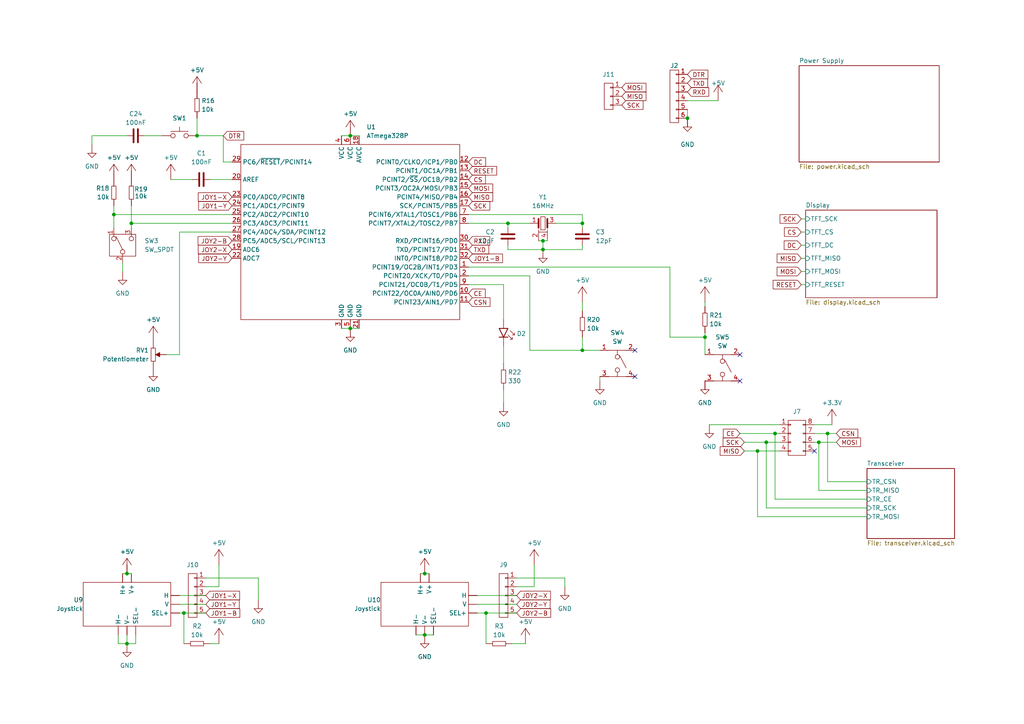
<source format=kicad_sch>
(kicad_sch (version 20250114) (generator "eeschema") (generator_version "9.0")
  (paper "A4")
  (lib_symbols
    (symbol "common:Capacitor" (pin_numbers (hide yes))
      (property "Reference" "C" (at 0 3.5 0))
      (property "Value" "F" (at 0 -4 0))
      (symbol "Capacitor_1_1"
        (polyline (pts (xy -0.635 1.905) (xy -0.635 -1.905)) (stroke (width 0.5)))
        (polyline (pts (xy 0.635 1.905) (xy 0.635 -1.905)) (stroke (width 0.5)))
        (pin passive line (at -2.54 0 0) (length 1.9) (name "~") (number "1"))
        (pin passive line (at 2.54 0 180) (length 1.9) (name "~") (number "2"))
      )
    )
    (symbol "common:Crystal_4Pins" (pin_names (hide yes))
      (property "Reference" "Y" (at 0 0 0))
      (property "Value" "Hz" (at 0 4 0))
      (symbol "Crystal_4Pins_0_0"
        (pin passive line (at -3.81 0 0) (length 2.54) (name "~") (number "1"))
        (pin passive line (at 3.81 0 180) (length 2.54) (name "~") (number "3"))
      )
      (symbol "Crystal_4Pins_0_1"
        (polyline (pts (xy -1.27 -2.54) (xy 1.27 -2.54)))
        (rectangle (start -0.635 1.905) (end 0.635 -1.905))
      )
      (symbol "Crystal_4Pins_1_0"
        (pin power_in line (at -1.27 -5.08 90) (length 3.18) (name "GND") (number "2"))
      )
      (symbol "Crystal_4Pins_1_1"
        (polyline (pts (xy -1.27 -1.27) (xy -1.27 1.27)) (stroke (width 0.5)))
        (polyline (pts (xy 1.27 1.27) (xy 1.27 -1.27)) (stroke (width 0.5)))
        (pin power_in line (at 1.27 -5.08 90) (length 3.18) (name "GND") (number "4"))
      )
    )
    (symbol "common:LED" (pin_numbers (hide yes)) (pin_names (hide yes))
      (property "Reference" "D" (at 0 2 0))
      (symbol "LED_1_1"
        (polyline (pts (xy -1.27 1.27) (xy -1.27 -1.27)) (stroke (width 0.25)))
        (polyline (pts (xy -1.27 0) (xy 1.27 1.27) (xy 1.27 -1.27) (xy -1.27 0)) (stroke (width 0.25)))
        (polyline (pts (xy -1.27 -2.54) (xy -1.905 -2.54) (xy -1.905 -1.905)))
        (polyline (pts (xy -0.635 -1.27) (xy -1.905 -2.54)))
        (polyline (pts (xy 0 -3.175) (xy -0.635 -3.175) (xy -0.635 -2.54)))
        (polyline (pts (xy 0.635 -1.905) (xy -0.635 -3.175)))
        (pin passive line (at -3.81 0 0) (length 2.54) (name "K") (number "1"))
        (pin passive line (at 3.81 0 180) (length 2.54) (name "A") (number "2"))
      )
    )
    (symbol "common:Potentiometer" (pin_numbers (hide yes)) (pin_names (hide yes))
      (property "Reference" "RV" (at 0 1.5 0))
      (property "Value" "Potentiometer" (at 0 -11 0))
      (symbol "Potentiometer_0_1"
        (rectangle (start -1.905 0.635) (end 1.905 -0.635))
      )
      (symbol "Potentiometer_1_0"
        (pin passive line (at 0 -3.81 90) (length 2.54) (name "~") (number "2"))
      )
      (symbol "Potentiometer_1_1"
        (polyline (pts (xy 0 -0.635) (xy -0.635 -1.905) (xy 0.635 -1.905) (xy 0 -0.635)) (fill (type outline)))
        (pin passive line (at -3.81 0 0) (length 1.9) (name "~") (number "1"))
        (pin passive line (at 3.81 0 180) (length 1.9) (name "~") (number "3"))
      )
    )
    (symbol "common:Resistor" (pin_numbers (hide yes))
      (property "Reference" "R" (at 0 -2 0))
      (property "Value" "Ohm" (at 0 2 0))
      (symbol "Resistor_0_1"
        (rectangle (start -1.905 0.635) (end 1.905 -0.635))
      )
      (symbol "Resistor_1_1"
        (pin passive line (at -3.81 0 0) (length 1.9) (name "~") (number "1"))
        (pin passive line (at 3.81 0 180) (length 1.9) (name "~") (number "2"))
      )
    )
    (symbol "common:SW_DPST" (pin_names (hide yes))
      (property "Reference" "SW" (at 0 5 0))
      (property "Value" "SW" (at 0 -5 0))
      (symbol "SW_DPST_0_1"
        (polyline (pts (xy -2.54 3.81) (xy 2.54 3.81)))
        (polyline (pts (xy -2.54 -3.81) (xy 2.54 -3.81)))
        (polyline (pts (xy 0 2.54) (xy 0 3.81)))
        (circle (center 0 1.905) (radius 0.635))
        (circle (center 0 -1.905) (radius 0.635))
        (polyline (pts (xy 0 -2.54) (xy 0 -3.81)))
        (polyline (pts (xy 0.635 2.286) (xy 2.54 -1.27)))
      )
      (symbol "SW_DPST_1_0"
        (pin passive line (at -5.08 -3.81 0) (length 2.54) (name "~") (number "3"))
        (pin passive line (at 5.08 -3.81 180) (length 2.54) (name "~") (number "4"))
      )
      (symbol "SW_DPST_1_1"
        (pin passive line (at -5.08 3.81 0) (length 2.54) (name "~") (number "1"))
        (pin passive line (at 5.08 3.81 180) (length 2.54) (name "~") (number "2"))
      )
    )
    (symbol "common:SW_Push" (pin_numbers (hide yes))
      (property "Reference" "SW" (at 0 3.5 0))
      (symbol "SW_Push_0_0"
        (pin passive line (at -5.08 0 0) (length 2.54) (name "~") (number "1"))
        (pin passive line (at 5.08 0 180) (length 2.54) (name "~") (number "2"))
      )
      (symbol "SW_Push_0_1"
        (polyline (pts (xy -2.54 1.27) (xy 2.54 1.27)))
        (circle (center -1.905 0) (radius 0.635))
        (polyline (pts (xy 0 1.27) (xy 0 2.54)))
        (circle (center 1.905 0) (radius 0.635))
      )
    )
    (symbol "common:SW_SPDT"
      (property "Reference" "SW" (at 0 5 0))
      (property "Value" "SW_SPDT" (at 0 -5.5 0))
      (symbol "SW_SPDT_0_1"
        (rectangle (start -3.175 3.81) (end 3.175 -3.81))
        (circle (center -1.905 0) (radius 0.635))
        (polyline (pts (xy -1.27 0) (xy 2.54 1.905)))
        (circle (center 1.905 2.54) (radius 0.635))
        (circle (center 1.905 -2.54) (radius 0.635))
      )
      (symbol "SW_SPDT_1_1"
        (pin passive line (at -5.08 0 0) (length 2.54) (name "~") (number "2"))
        (pin passive line (at 5.08 2.54 180) (length 2.54) (name "~") (number "1"))
        (pin passive line (at 5.08 -2.54 180) (length 2.54) (name "~") (number "3"))
      )
    )
    (symbol "connector:Pin_01x03"
      (property "Reference" "J" (at 0 0 0))
      (symbol "Pin_01x03_0_1"
        (rectangle (start -1.27 3.81) (end 1.27 -3.81))
        (polyline (pts (xy 1.27 2.667) (xy 0.508 2.667) (xy 0.508 2.413) (xy 1.27 2.413)))
        (polyline (pts (xy 1.27 0.127) (xy 0.508 0.127) (xy 0.508 -0.127) (xy 1.27 -0.127)))
        (polyline (pts (xy 1.27 -2.413) (xy 0.508 -2.413) (xy 0.508 -2.667) (xy 1.27 -2.667)))
      )
      (symbol "Pin_01x03_1_1"
        (pin passive line (at 3.81 2.54 180) (length 2.54) (name "~") (number "1"))
        (pin passive line (at 3.81 0 180) (length 2.54) (name "~") (number "2"))
        (pin passive line (at 3.81 -2.54 180) (length 2.54) (name "~") (number "3"))
      )
    )
    (symbol "connector:Pin_01x05"
      (property "Reference" "J" (at 0 0 0))
      (symbol "Pin_01x05_0_1"
        (rectangle (start -1.27 6.35) (end 1.27 -6.35))
        (polyline (pts (xy 1.27 5.207) (xy 0.508 5.207) (xy 0.508 4.953) (xy 1.27 4.953)))
        (polyline (pts (xy 1.27 2.667) (xy 0.508 2.667) (xy 0.508 2.413) (xy 1.27 2.413)))
        (polyline (pts (xy 1.27 0.127) (xy 0.508 0.127) (xy 0.508 -0.127) (xy 1.27 -0.127)))
        (polyline (pts (xy 1.27 -2.413) (xy 0.508 -2.413) (xy 0.508 -2.667) (xy 1.27 -2.667)))
        (polyline (pts (xy 1.27 -4.953) (xy 0.508 -4.953) (xy 0.508 -5.207) (xy 1.27 -5.207)))
      )
      (symbol "Pin_01x05_1_1"
        (pin passive line (at 3.81 5.08 180) (length 2.54) (name "~") (number "1"))
        (pin passive line (at 3.81 2.54 180) (length 2.54) (name "~") (number "2"))
        (pin passive line (at 3.81 0 180) (length 2.54) (name "~") (number "3"))
        (pin passive line (at 3.81 -2.54 180) (length 2.54) (name "~") (number "4"))
        (pin passive line (at 3.81 -5.08 180) (length 2.54) (name "~") (number "5"))
      )
    )
    (symbol "connector:Pin_01x06"
      (property "Reference" "J" (at 0 0 0))
      (symbol "Pin_01x06_0_1"
        (rectangle (start -1.27 7.62) (end 1.27 -7.62))
        (polyline (pts (xy 1.27 6.477) (xy 0.508 6.477) (xy 0.508 6.223) (xy 1.27 6.223)))
        (polyline (pts (xy 1.27 3.937) (xy 0.508 3.937) (xy 0.508 3.683) (xy 1.27 3.683)))
        (polyline (pts (xy 1.27 1.397) (xy 0.508 1.397) (xy 0.508 1.143) (xy 1.27 1.143)))
        (polyline (pts (xy 1.27 -1.143) (xy 0.508 -1.143) (xy 0.508 -1.397) (xy 1.27 -1.397)))
        (polyline (pts (xy 1.27 -3.683) (xy 0.508 -3.683) (xy 0.508 -3.937) (xy 1.27 -3.937)))
        (polyline (pts (xy 1.27 -6.223) (xy 0.508 -6.223) (xy 0.508 -6.477) (xy 1.27 -6.477)))
      )
      (symbol "Pin_01x06_1_1"
        (pin passive line (at 3.81 6.35 180) (length 2.54) (name "~") (number "1"))
        (pin passive line (at 3.81 3.81 180) (length 2.54) (name "~") (number "2"))
        (pin passive line (at 3.81 1.27 180) (length 2.54) (name "~") (number "3"))
        (pin passive line (at 3.81 -1.27 180) (length 2.54) (name "~") (number "4"))
        (pin passive line (at 3.81 -3.81 180) (length 2.54) (name "~") (number "5"))
        (pin passive line (at 3.81 -6.35 180) (length 2.54) (name "~") (number "6"))
      )
    )
    (symbol "connector:Pin_02x04"
      (property "Reference" "J" (at 0 0 0))
      (symbol "Pin_02x04_0_1"
        (rectangle (start -2.54 5.08) (end 2.54 -5.08))
        (polyline (pts (xy -2.54 3.937) (xy -1.778 3.937) (xy -1.778 3.683) (xy -2.54 3.683)))
        (polyline (pts (xy -2.54 1.397) (xy -1.778 1.397) (xy -1.778 1.143) (xy -2.54 1.143)))
        (polyline (pts (xy -2.54 -1.143) (xy -1.778 -1.143) (xy -1.778 -1.397) (xy -2.54 -1.397)))
        (polyline (pts (xy -2.54 -3.683) (xy -1.778 -3.683) (xy -1.778 -3.937) (xy -2.54 -3.937)))
        (polyline (pts (xy 2.54 3.937) (xy 1.778 3.937) (xy 1.778 3.683) (xy 2.54 3.683)))
        (polyline (pts (xy 2.54 1.397) (xy 1.778 1.397) (xy 1.778 1.143) (xy 2.54 1.143)))
        (polyline (pts (xy 2.54 -1.143) (xy 1.778 -1.143) (xy 1.778 -1.397) (xy 2.54 -1.397)))
        (polyline (pts (xy 2.54 -3.683) (xy 1.778 -3.683) (xy 1.778 -3.937) (xy 2.54 -3.937)))
      )
      (symbol "Pin_02x04_1_1"
        (pin passive line (at -5.08 3.81 0) (length 2.54) (name "~") (number "1"))
        (pin passive line (at -5.08 1.27 0) (length 2.54) (name "~") (number "2"))
        (pin passive line (at -5.08 -1.27 0) (length 2.54) (name "~") (number "3"))
        (pin passive line (at -5.08 -3.81 0) (length 2.54) (name "~") (number "4"))
        (pin passive line (at 5.08 3.81 180) (length 2.54) (name "~") (number "8"))
        (pin passive line (at 5.08 1.27 180) (length 2.54) (name "~") (number "7"))
        (pin passive line (at 5.08 -1.27 180) (length 2.54) (name "~") (number "6"))
        (pin passive line (at 5.08 -3.81 180) (length 2.54) (name "~") (number "5"))
      )
    )
    (symbol "microchip:ATmega328P"
      (property "Reference" "U" (at -31 26.5 0))
      (property "Value" "ATmega328P" (at 25.5 26.5 0))
      (symbol "ATmega328P_0_0"
        (pin bidirectional line (at -34.29 20.32 0) (length 2.54) (name "PC6/~{RESET}/PCINT14") (number "29"))
        (pin bidirectional line (at -34.29 15.24 0) (length 2.54) (name "AREF") (number "20"))
        (pin bidirectional line (at -34.29 10.16 0) (length 2.54) (name "PC0/ADC0/PCINT8") (number "23"))
        (pin bidirectional line (at -34.29 7.62 0) (length 2.54) (name "PC1/ADC1/PCINT9") (number "24"))
        (pin bidirectional line (at -34.29 5.08 0) (length 2.54) (name "PC2/ADC2/PCINT10") (number "25"))
        (pin bidirectional line (at -34.29 2.54 0) (length 2.54) (name "PC3/ADC3/PCINT11") (number "26"))
        (pin bidirectional line (at -34.29 0 0) (length 2.54) (name "PC4/ADC4/SDA/PCINT12") (number "27"))
        (pin bidirectional line (at -34.29 -2.54 0) (length 2.54) (name "PC5/ADC5/SCL/PCINT13") (number "28"))
        (pin bidirectional line (at -34.29 -5.08 0) (length 2.54) (name "ADC6") (number "19"))
        (pin bidirectional line (at -34.29 -7.62 0) (length 2.54) (name "ADC7") (number "22"))
        (pin power_in line (at -2.54 27.94 270) (length 2.54) (name "VCC") (number "4"))
        (pin power_in line (at -2.54 -27.94 90) (length 2.54) (name "GND") (number "3"))
        (pin power_in line (at 0 27.94 270) (length 2.54) (name "VCC") (number "6"))
        (pin power_in line (at 0 -27.94 90) (length 2.54) (name "GND") (number "5"))
        (pin power_in line (at 2.54 27.94 270) (length 2.54) (name "AVCC") (number "18"))
      )
      (symbol "ATmega328P_0_1"
        (rectangle (start -31.75 25.4) (end 31.75 -25.4))
      )
      (symbol "ATmega328P_1_0"
        (pin power_in line (at 2.54 -27.94 90) (length 2.54) (name "GND") (number "21"))
        (pin bidirectional line (at 34.29 20.32 180) (length 2.54) (name "PCINT0/CLKO/ICP1/PB0") (number "12"))
        (pin bidirectional line (at 34.29 17.78 180) (length 2.54) (name "PCINT1/OC1A/PB1") (number "13"))
        (pin bidirectional line (at 34.29 15.24 180) (length 2.54) (name "PCINT2/~{SS}/OC1B/PB2") (number "14"))
        (pin bidirectional line (at 34.29 12.7 180) (length 2.54) (name "PCINT3/OC2A/MOSI/PB3") (number "15"))
        (pin bidirectional line (at 34.29 10.16 180) (length 2.54) (name "PCINT4/MISO/PB4") (number "16"))
        (pin bidirectional line (at 34.29 7.62 180) (length 2.54) (name "SCK/PCINT5/PB5") (number "17"))
        (pin bidirectional line (at 34.29 5.08 180) (length 2.54) (name "PCINT6/XTAL1/TOSC1/PB6") (number "7"))
        (pin bidirectional line (at 34.29 2.54 180) (length 2.54) (name "PCINT7/XTAL2/TOSC2/PB7") (number "8"))
        (pin bidirectional line (at 34.29 -2.54 180) (length 2.54) (name "RXD/PCINT16/PD0") (number "30"))
        (pin bidirectional line (at 34.29 -5.08 180) (length 2.54) (name "TXD/PCINT17/PD1") (number "31"))
        (pin bidirectional line (at 34.29 -7.62 180) (length 2.54) (name "INT0/PCINT18/PD2") (number "32"))
        (pin bidirectional line (at 34.29 -10.16 180) (length 2.54) (name "PCINT19/OC2B/INT1/PD3") (number "1"))
        (pin bidirectional line (at 34.29 -12.7 180) (length 2.54) (name "PCINT20/XCK/T0/PD4") (number "2"))
        (pin bidirectional line (at 34.29 -15.24 180) (length 2.54) (name "PCINT21/OC0B/T1/PD5") (number "9"))
        (pin bidirectional line (at 34.29 -17.78 180) (length 2.54) (name "PCINT22/OC0A/AIN0/PD6") (number "10"))
        (pin bidirectional line (at 34.29 -20.32 180) (length 2.54) (name "PCINT23/AIN1/PD7") (number "11"))
      )
    )
    (symbol "misc:Joystick" (pin_numbers (hide yes))
      (property "Reference" "U" (at -12 7.5 0))
      (property "Value" "Joystick" (at 9.5 7.5 0))
      (symbol "Joystick_0_1"
        (rectangle (start -12.7 6.35) (end 12.7 -6.35))
      )
      (symbol "Joystick_1_1"
        (pin power_in line (at -2.54 -8.89 90) (length 2.54) (name "H-") (number "H1"))
        (pin power_in line (at -1.27 8.89 270) (length 2.54) (name "H+") (number "H3"))
        (pin power_in line (at 0 -8.89 90) (length 2.54) (name "V-") (number "V1"))
        (pin power_in line (at 1.27 8.89 270) (length 2.54) (name "V+") (number "V3"))
        (pin power_in line (at 2.54 -8.89 90) (length 2.54) (name "SEL-") (number "B1A"))
        (pin output line (at 15.24 2.54 180) (length 2.54) (name "H") (number "H2"))
        (pin output line (at 15.24 0 180) (length 2.54) (name "V") (number "V2"))
        (pin output line (at 15.24 -2.54 180) (length 2.54) (name "SEL+") (number "B2A"))
      )
    )
    (symbol "pwr:+3.3V" (power) (pin_numbers (hide yes)) (in_bom no) (on_board no)
      (property "Value" "3V3" (at 0 3 0))
      (symbol "+3.3V_0_1"
        (polyline (pts (xy 0 1.905) (xy -1.27 0)))
        (polyline (pts (xy 0 1.905) (xy 1.27 0)))
        (polyline (pts (xy 0 0) (xy 0 1.905)))
      )
      (symbol "+3.3V_1_1"
        (pin power_in line (at 0 -2.54 90) (length 2.54) (name "~") (number "1"))
      )
    )
    (symbol "pwr:+5V" (power) (pin_numbers (hide yes)) (in_bom no) (on_board no)
      (property "Value" "5V" (at 0 3 0))
      (symbol "+5V_0_1"
        (polyline (pts (xy 0 1.905) (xy -1.27 0)))
        (polyline (pts (xy 0 1.905) (xy 1.27 0)))
        (polyline (pts (xy 0 0) (xy 0 1.905)))
      )
      (symbol "+5V_1_1"
        (pin power_in line (at 0 -2.54 90) (length 2.54) (name "~") (number "1"))
      )
    )
    (symbol "pwr:GND" (power) (pin_numbers (hide yes)) (in_bom no) (on_board no)
      (property "Value" "GND" (at 0 -2.5 0))
      (symbol "GND_0_1"
        (polyline (pts (xy 0 0) (xy 1.27 0) (xy 0 -1.27) (xy -1.27 0) (xy 0 0)))
      )
      (symbol "GND_1_1"
        (pin power_in line (at 0 2.54 270) (length 2.54) (name "~") (number "1"))
      )
    )
  )
  (junction (at 123.19 184.15))
  (junction (at 222.25 128.27))
  (junction (at 219.71 130.81))
  (junction (at 237.49 128.27))
  (junction (at 57.15 39.37))
  (junction (at 36.83 186.69))
  (junction (at 224.79 125.73))
  (junction (at 36.83 166.37))
  (junction (at 240.03 125.73))
  (junction (at 101.6 39.37))
  (junction (at 157.48 72.39))
  (junction (at 168.91 101.6))
  (junction (at 53.34 177.8))
  (junction (at 204.47 97.79))
  (junction (at 123.19 166.37))
  (junction (at 140.97 177.8))
  (junction (at 199.39 34.29))
  (junction (at 168.91 64.77))
  (junction (at 157.48 69.85))
  (junction (at 33.02 62.23))
  (junction (at 38.1 64.77))
  (junction (at 101.6 95.25))
  (junction (at 147.32 64.77))
  (no_connect (at 236.22 130.81))
  (no_connect (at 214.63 110.49))
  (no_connect (at 184.15 109.22))
  (no_connect (at 184.15 101.6))
  (no_connect (at 214.63 102.87))
  (wire (pts (xy 157.48 69.85) (xy 157.48 72.39)))
  (wire (pts (xy 222.25 128.27) (xy 226.06 128.27)))
  (wire (pts (xy 63.5 186.69) (xy 60.96 186.69)))
  (wire (pts (xy 52.07 172.72) (xy 59.69 172.72)))
  (wire (pts (xy 140.97 177.8) (xy 140.97 186.69)))
  (wire (pts (xy 33.02 62.23) (xy 33.02 66.04)))
  (wire (pts (xy 53.34 177.8) (xy 53.34 186.69)))
  (wire (pts (xy 224.79 144.78) (xy 224.79 125.73)))
  (wire (pts (xy 242.57 125.73) (xy 240.03 125.73)))
  (wire (pts (xy 168.91 62.23) (xy 168.91 64.77)))
  (wire (pts (xy 251.46 149.86) (xy 219.71 149.86)))
  (wire (pts (xy 138.43 172.72) (xy 149.86 172.72)))
  (wire (pts (xy 147.32 72.39) (xy 157.48 72.39)))
  (wire (pts (xy 35.56 166.37) (xy 36.83 166.37)))
  (wire (pts (xy 194.31 77.47) (xy 194.31 97.79)))
  (wire (pts (xy 232.41 82.55) (xy 233.68 82.55)))
  (wire (pts (xy 135.89 62.23) (xy 168.91 62.23)))
  (wire (pts (xy 219.71 130.81) (xy 226.06 130.81)))
  (wire (pts (xy 204.47 97.79) (xy 204.47 96.52)))
  (wire (pts (xy 219.71 149.86) (xy 219.71 130.81)))
  (wire (pts (xy 154.94 163.83) (xy 154.94 170.18)))
  (wire (pts (xy 53.34 177.8) (xy 59.69 177.8)))
  (wire (pts (xy 157.48 72.39) (xy 168.91 72.39)))
  (wire (pts (xy 152.4 186.69) (xy 148.59 186.69)))
  (wire (pts (xy 64.77 39.37) (xy 64.77 46.99)))
  (wire (pts (xy 251.46 144.78) (xy 224.79 144.78)))
  (wire (pts (xy 215.9 130.81) (xy 219.71 130.81)))
  (wire (pts (xy 154.94 170.18) (xy 149.86 170.18)))
  (wire (pts (xy 232.41 71.12) (xy 233.68 71.12)))
  (wire (pts (xy 163.83 167.64) (xy 149.86 167.64)))
  (wire (pts (xy 38.1 59.69) (xy 38.1 64.77)))
  (wire (pts (xy 38.1 64.77) (xy 67.31 64.77)))
  (wire (pts (xy 214.63 125.73) (xy 224.79 125.73)))
  (wire (pts (xy 67.31 62.23) (xy 33.02 62.23)))
  (wire (pts (xy 74.93 167.64) (xy 59.69 167.64)))
  (wire (pts (xy 236.22 125.73) (xy 240.03 125.73)))
  (wire (pts (xy 199.39 29.21) (xy 208.28 29.21)))
  (wire (pts (xy 36.83 184.15) (xy 36.83 186.69)))
  (wire (pts (xy 74.93 173.99) (xy 74.93 167.64)))
  (wire (pts (xy 173.99 109.22) (xy 173.99 110.49)))
  (wire (pts (xy 63.5 170.18) (xy 59.69 170.18)))
  (wire (pts (xy 168.91 64.77) (xy 168.91 66.04)))
  (wire (pts (xy 140.97 177.8) (xy 149.86 177.8)))
  (wire (pts (xy 35.56 76.2) (xy 35.56 78.74)))
  (wire (pts (xy 204.47 88.9) (xy 204.47 87.63)))
  (wire (pts (xy 157.48 69.85) (xy 158.75 69.85)))
  (wire (pts (xy 64.77 46.99) (xy 67.31 46.99)))
  (wire (pts (xy 237.49 128.27) (xy 236.22 128.27)))
  (wire (pts (xy 34.29 186.69) (xy 36.83 186.69)))
  (wire (pts (xy 138.43 175.26) (xy 149.86 175.26)))
  (wire (pts (xy 147.32 71.12) (xy 147.32 72.39)))
  (wire (pts (xy 52.07 102.87) (xy 52.07 67.31)))
  (wire (pts (xy 168.91 97.79) (xy 168.91 101.6)))
  (wire (pts (xy 49.53 52.07) (xy 55.88 52.07)))
  (wire (pts (xy 147.32 64.77) (xy 147.32 66.04)))
  (wire (pts (xy 101.6 39.37) (xy 104.14 39.37)))
  (wire (pts (xy 168.91 101.6) (xy 173.99 101.6)))
  (wire (pts (xy 120.65 184.15) (xy 123.19 184.15)))
  (wire (pts (xy 26.67 39.37) (xy 26.67 41.91)))
  (wire (pts (xy 168.91 101.6) (xy 153.67 101.6)))
  (wire (pts (xy 222.25 147.32) (xy 222.25 128.27)))
  (wire (pts (xy 240.03 125.73) (xy 240.03 139.7)))
  (wire (pts (xy 135.89 64.77) (xy 147.32 64.77)))
  (wire (pts (xy 121.92 166.37) (xy 123.19 166.37)))
  (wire (pts (xy 99.06 95.25) (xy 101.6 95.25)))
  (wire (pts (xy 101.6 95.25) (xy 104.14 95.25)))
  (wire (pts (xy 161.29 64.77) (xy 168.91 64.77)))
  (wire (pts (xy 237.49 128.27) (xy 237.49 142.24)))
  (wire (pts (xy 57.15 39.37) (xy 64.77 39.37)))
  (wire (pts (xy 204.47 97.79) (xy 204.47 102.87)))
  (wire (pts (xy 57.15 34.29) (xy 57.15 39.37)))
  (wire (pts (xy 205.74 123.19) (xy 226.06 123.19)))
  (wire (pts (xy 199.39 31.75) (xy 199.39 34.29)))
  (wire (pts (xy 39.37 186.69) (xy 39.37 184.15)))
  (wire (pts (xy 146.05 92.71) (xy 146.05 82.55)))
  (wire (pts (xy 168.91 87.63) (xy 168.91 90.17)))
  (wire (pts (xy 63.5 163.83) (xy 63.5 170.18)))
  (wire (pts (xy 163.83 170.18) (xy 163.83 167.64)))
  (wire (pts (xy 153.67 80.01) (xy 135.89 80.01)))
  (wire (pts (xy 36.83 166.37) (xy 38.1 166.37)))
  (wire (pts (xy 38.1 64.77) (xy 38.1 66.04)))
  (wire (pts (xy 48.26 102.87) (xy 52.07 102.87)))
  (wire (pts (xy 146.05 82.55) (xy 135.89 82.55)))
  (wire (pts (xy 146.05 100.33) (xy 146.05 105.41)))
  (wire (pts (xy 36.83 186.69) (xy 39.37 186.69)))
  (wire (pts (xy 52.07 67.31) (xy 67.31 67.31)))
  (wire (pts (xy 135.89 77.47) (xy 194.31 77.47)))
  (wire (pts (xy 215.9 128.27) (xy 222.25 128.27)))
  (wire (pts (xy 241.3 123.19) (xy 236.22 123.19)))
  (wire (pts (xy 242.57 128.27) (xy 237.49 128.27)))
  (wire (pts (xy 99.06 39.37) (xy 101.6 39.37)))
  (wire (pts (xy 232.41 63.5) (xy 233.68 63.5)))
  (wire (pts (xy 146.05 113.03) (xy 146.05 116.84)))
  (wire (pts (xy 251.46 142.24) (xy 237.49 142.24)))
  (wire (pts (xy 153.67 101.6) (xy 153.67 80.01)))
  (wire (pts (xy 52.07 177.8) (xy 53.34 177.8)))
  (wire (pts (xy 224.79 125.73) (xy 226.06 125.73)))
  (wire (pts (xy 36.83 39.37) (xy 26.67 39.37)))
  (wire (pts (xy 251.46 139.7) (xy 240.03 139.7)))
  (wire (pts (xy 232.41 67.31) (xy 233.68 67.31)))
  (wire (pts (xy 156.21 69.85) (xy 157.48 69.85)))
  (wire (pts (xy 123.19 184.15) (xy 125.73 184.15)))
  (wire (pts (xy 204.47 97.79) (xy 194.31 97.79)))
  (wire (pts (xy 232.41 74.93) (xy 233.68 74.93)))
  (wire (pts (xy 123.19 166.37) (xy 124.46 166.37)))
  (wire (pts (xy 34.29 184.15) (xy 34.29 186.69)))
  (wire (pts (xy 168.91 71.12) (xy 168.91 72.39)))
  (wire (pts (xy 60.96 52.07) (xy 67.31 52.07)))
  (wire (pts (xy 138.43 177.8) (xy 140.97 177.8)))
  (wire (pts (xy 41.91 39.37) (xy 46.99 39.37)))
  (wire (pts (xy 251.46 147.32) (xy 222.25 147.32)))
  (wire (pts (xy 33.02 59.69) (xy 33.02 62.23)))
  (wire (pts (xy 232.41 78.74) (xy 233.68 78.74)))
  (wire (pts (xy 52.07 175.26) (xy 59.69 175.26)))
  (wire (pts (xy 147.32 64.77) (xy 153.67 64.77)))
  (global_label "CE" (shape input) (at 135.89 85.09 0) (property "Intersheetrefs" "${INTERSHEET_REFS}" (effects (hide yes))))
  (global_label "MOSI" (shape input) (at 180.34 25.4 0) (property "Intersheetrefs" "${INTERSHEET_REFS}" (effects (hide yes))))
  (global_label "JOY1-Y" (shape input) (at 59.69 175.26 0) (property "Intersheetrefs" "${INTERSHEET_REFS}" (effects (hide yes))))
  (global_label "DC" (shape input) (at 135.89 46.99 0) (property "Intersheetrefs" "${INTERSHEET_REFS}" (effects (hide yes))))
  (global_label "RXD" (shape input) (at 135.89 69.85 0) (property "Intersheetrefs" "${INTERSHEET_REFS}" (effects (hide yes))))
  (global_label "MOSI" (shape input) (at 242.57 128.27 0) (property "Intersheetrefs" "${INTERSHEET_REFS}" (effects (hide yes))))
  (global_label "SCK" (shape input) (at 135.89 59.69 0) (property "Intersheetrefs" "${INTERSHEET_REFS}" (effects (hide yes))))
  (global_label "JOY1-X" (shape input) (at 67.31 57.15 180) (property "Intersheetrefs" "${INTERSHEET_REFS}" (effects (hide yes))))
  (global_label "JOY2-X" (shape input) (at 149.86 172.72 0) (property "Intersheetrefs" "${INTERSHEET_REFS}" (effects (hide yes))))
  (global_label "RXD" (shape input) (at 199.39 26.67 0) (property "Intersheetrefs" "${INTERSHEET_REFS}" (effects (hide yes))))
  (global_label "MISO" (shape input) (at 180.34 27.94 0) (property "Intersheetrefs" "${INTERSHEET_REFS}" (effects (hide yes))))
  (global_label "CS" (shape input) (at 232.41 67.31 180) (property "Intersheetrefs" "${INTERSHEET_REFS}" (effects (hide yes))))
  (global_label "TXD" (shape input) (at 199.39 24.13 0) (property "Intersheetrefs" "${INTERSHEET_REFS}" (effects (hide yes))))
  (global_label "MISO" (shape input) (at 215.9 130.81 180) (property "Intersheetrefs" "${INTERSHEET_REFS}" (effects (hide yes))))
  (global_label "JOY1-B" (shape input) (at 59.69 177.8 0) (property "Intersheetrefs" "${INTERSHEET_REFS}" (effects (hide yes))))
  (global_label "RESET" (shape input) (at 232.41 82.55 180) (property "Intersheetrefs" "${INTERSHEET_REFS}" (effects (hide yes))))
  (global_label "CS" (shape input) (at 135.89 52.07 0) (property "Intersheetrefs" "${INTERSHEET_REFS}" (effects (hide yes))))
  (global_label "SCK" (shape input) (at 232.41 63.5 180) (property "Intersheetrefs" "${INTERSHEET_REFS}" (effects (hide yes))))
  (global_label "JOY1-Y" (shape input) (at 67.31 59.69 180) (property "Intersheetrefs" "${INTERSHEET_REFS}" (effects (hide yes))))
  (global_label "MISO" (shape input) (at 232.41 74.93 180) (property "Intersheetrefs" "${INTERSHEET_REFS}" (effects (hide yes))))
  (global_label "JOY2-Y" (shape input) (at 149.86 175.26 0) (property "Intersheetrefs" "${INTERSHEET_REFS}" (effects (hide yes))))
  (global_label "DTR" (shape input) (at 199.39 21.59 0) (property "Intersheetrefs" "${INTERSHEET_REFS}" (effects (hide yes))))
  (global_label "JOY2-Y" (shape input) (at 67.31 74.93 180) (property "Intersheetrefs" "${INTERSHEET_REFS}" (effects (hide yes))))
  (global_label "JOY1-X" (shape input) (at 59.69 172.72 0) (property "Intersheetrefs" "${INTERSHEET_REFS}" (effects (hide yes))))
  (global_label "MISO" (shape input) (at 135.89 57.15 0) (property "Intersheetrefs" "${INTERSHEET_REFS}" (effects (hide yes))))
  (global_label "TXD" (shape input) (at 135.89 72.39 0) (property "Intersheetrefs" "${INTERSHEET_REFS}" (effects (hide yes))))
  (global_label "JOY2-B" (shape input) (at 67.31 69.85 180) (property "Intersheetrefs" "${INTERSHEET_REFS}" (effects (hide yes))))
  (global_label "JOY2-X" (shape input) (at 67.31 72.39 180) (property "Intersheetrefs" "${INTERSHEET_REFS}" (effects (hide yes))))
  (global_label "MOSI" (shape input) (at 135.89 54.61 0) (property "Intersheetrefs" "${INTERSHEET_REFS}" (effects (hide yes))))
  (global_label "RESET" (shape input) (at 135.89 49.53 0) (property "Intersheetrefs" "${INTERSHEET_REFS}" (effects (hide yes))))
  (global_label "JOY1-B" (shape input) (at 135.89 74.93 0) (property "Intersheetrefs" "${INTERSHEET_REFS}" (effects (hide yes))))
  (global_label "MOSI" (shape input) (at 232.41 78.74 180) (property "Intersheetrefs" "${INTERSHEET_REFS}" (effects (hide yes))))
  (global_label "CSN" (shape input) (at 135.89 87.63 0) (property "Intersheetrefs" "${INTERSHEET_REFS}" (effects (hide yes))))
  (global_label "JOY2-B" (shape input) (at 149.86 177.8 0) (property "Intersheetrefs" "${INTERSHEET_REFS}" (effects (hide yes))))
  (global_label "DTR" (shape input) (at 64.77 39.37 0) (property "Intersheetrefs" "${INTERSHEET_REFS}" (effects (hide yes))))
  (global_label "DC" (shape input) (at 232.41 71.12 180) (property "Intersheetrefs" "${INTERSHEET_REFS}" (effects (hide yes))))
  (global_label "CE" (shape input) (at 214.63 125.73 180) (property "Intersheetrefs" "${INTERSHEET_REFS}" (effects (hide yes))))
  (global_label "SCK" (shape input) (at 215.9 128.27 180) (property "Intersheetrefs" "${INTERSHEET_REFS}" (effects (hide yes))))
  (global_label "SCK" (shape input) (at 180.34 30.48 0) (property "Intersheetrefs" "${INTERSHEET_REFS}" (effects (hide yes))))
  (global_label "CSN" (shape input) (at 242.57 125.73 0) (property "Intersheetrefs" "${INTERSHEET_REFS}" (effects (hide yes))))
  (symbol (lib_id "common:Capacitor") (at 147.32 68.58 270) (mirror x) (unit 1)
    (property "Reference" "C2" (at 143.51 67.3099 90) (effects (justify right)))
    (property "Value" "12pF" (at 143.51 69.8499 90) (effects (justify right)))
    (property "Footprint" "common:C_0603" (effects (hide yes)))
    (property "Description" "Unpolarized Capacitor" (effects (hide yes)))
    (property "Ext. Price" "0.27" (effects (hide yes)))
    (property "LCSC Part" "C107034" (effects (hide yes)))
    (property "Manufacturer" "YAGEO" (effects (hide yes)))
    (property "Manufacturer Part" "CC0603JRNPO9BN120" (effects (hide yes)))
    (property "Unit Price" "0.0027" (effects (hide yes)))
  )
  (symbol (lib_id "pwr:GND") (at 26.67 44.45 0) (unit 1) (in_bom no) (on_board no)
    (property "Reference" "#GND038" (effects (hide yes)))
    (property "Value" "GND" (at 26.67 48.26 0))
    (property "Description" "Ground" (effects (hide yes)))
  )
  (symbol (lib_id "pwr:+5V") (at 36.83 163.83 0) (unit 1) (in_bom no) (on_board no)
    (property "Reference" "#5V07" (effects (hide yes)))
    (property "Value" "+5V" (at 36.83 160.02 0))
    (property "Description" "+5V" (effects (hide yes)))
  )
  (symbol (lib_id "common:Capacitor") (at 168.91 68.58 90) (unit 1)
    (property "Reference" "C3" (at 172.72 67.3099 90) (effects (justify right)))
    (property "Value" "12pF" (at 172.72 69.8499 90) (effects (justify right)))
    (property "Footprint" "common:C_0603" (effects (hide yes)))
    (property "Description" "Unpolarized Capacitor" (effects (hide yes)))
    (property "Ext. Price" "0.27" (effects (hide yes)))
    (property "LCSC Part" "C107034" (effects (hide yes)))
    (property "Manufacturer" "YAGEO" (effects (hide yes)))
    (property "Manufacturer Part" "CC0603JRNPO9BN120" (effects (hide yes)))
    (property "Unit Price" "0.0027" (effects (hide yes)))
  )
  (symbol (lib_id "common:Resistor") (at 57.15 30.48 90) (unit 1)
    (property "Reference" "R16" (at 58.42 29.2099 90) (effects (justify right)))
    (property "Value" "10k" (at 58.42 31.7499 90) (effects (justify right)))
    (property "Footprint" "common:R_0603" (effects (hide yes)))
    (property "Description" "Resistor" (effects (hide yes)))
    (property "Ext. Price" "0.08" (effects (hide yes)))
    (property "LCSC Part" "C2906982" (effects (hide yes)))
    (property "Manufacturer" "FOJAN" (effects (hide yes)))
    (property "Manufacturer Part" "FRC0603F1002TS" (effects (hide yes)))
    (property "Unit Price" "0.0008" (effects (hide yes)))
  )
  (symbol (lib_id "pwr:GND") (at 199.39 36.83 0) (unit 1) (in_bom no) (on_board no)
    (property "Reference" "#GND035" (effects (hide yes)))
    (property "Value" "GND" (at 199.39 41.91 0))
    (property "Description" "Ground" (effects (hide yes)))
  )
  (symbol (lib_id "pwr:+5V") (at 152.4 184.15 0) (unit 1) (in_bom no) (on_board no)
    (property "Reference" "#5V018" (effects (hide yes)))
    (property "Value" "+5V" (at 152.4 180.34 0))
    (property "Description" "+5V" (effects (hide yes)))
  )
  (symbol (lib_id "connector:Pin_01x03") (at 176.53 27.94 0) (unit 1)
    (property "Reference" "J11" (at 176.53 21.59 0))
    (property "Value" "01x03" (effects (hide yes)))
    (property "Footprint" "connector:Pin_01x03" (effects (hide yes)))
    (property "Description" "Generic Pin 01x03" (effects (hide yes)))
  )
  (symbol (lib_id "common:LED") (at 146.05 96.52 90) (unit 1)
    (property "Reference" "D2" (at 149.86 96.7749 90) (effects (justify right)))
    (property "Value" "Green" (effects (hide yes)))
    (property "Footprint" "common:LED_0603" (effects (hide yes)))
    (property "Description" "Light-Emitting Diode" (effects (hide yes)))
    (property "Ext. Price" "0.49" (effects (hide yes)))
    (property "LCSC Part" "C19273151" (effects (hide yes)))
    (property "Manufacturer" "YONGYUTAI" (effects (hide yes)))
    (property "Manufacturer Part" "YLED0603G" (effects (hide yes)))
    (property "Unit Price" "0.0049" (effects (hide yes)))
  )
  (symbol (lib_id "common:Capacitor") (at 58.42 52.07 0) (unit 1)
    (property "Reference" "C1" (at 58.42 44.45 0))
    (property "Value" "100nF" (at 58.42 46.99 0))
    (property "Footprint" "common:C_0603" (effects (hide yes)))
    (property "Description" "Unpolarized Capacitor" (effects (hide yes)))
    (property "Ext. Price" "0.19" (effects (hide yes)))
    (property "LCSC Part" "C14663" (effects (hide yes)))
    (property "Manufacturer" "YAGEO" (effects (hide yes)))
    (property "Manufacturer Part" "CC0603KRX7R9BB104" (effects (hide yes)))
    (property "Unit Price" "0.0019" (effects (hide yes)))
  )
  (symbol (lib_id "common:SW_Push") (at 52.07 39.37 0) (unit 1)
    (property "Reference" "SW1" (at 52.07 34.29 0))
    (property "Value" "Reset" (effects (hide yes)))
    (property "Footprint" "switch:SW_Tactile3x2.5" (effects (hide yes)))
    (property "Ext. Price" "0.36" (effects (hide yes)))
    (property "LCSC Part" "C49234121" (effects (hide yes)))
    (property "Manufacturer" "hanxia" (effects (hide yes)))
    (property "Manufacturer Part" "HX-B3U-1000P-1.6N" (effects (hide yes)))
    (property "Unit Price" "0.0712" (effects (hide yes)))
  )
  (symbol (lib_id "pwr:+5V") (at 123.19 163.83 0) (unit 1) (in_bom no) (on_board no)
    (property "Reference" "#5V08" (effects (hide yes)))
    (property "Value" "+5V" (at 123.19 160.02 0))
    (property "Description" "+5V" (effects (hide yes)))
  )
  (symbol (lib_id "pwr:GND") (at 173.99 113.03 0) (unit 1) (in_bom no) (on_board no)
    (property "Reference" "#GND043" (effects (hide yes)))
    (property "Value" "GND" (at 173.99 116.84 0))
    (property "Description" "Ground" (effects (hide yes)))
  )
  (symbol (lib_id "pwr:+5V") (at 44.45 96.52 0) (unit 1) (in_bom no) (on_board no)
    (property "Reference" "#5V010" (effects (hide yes)))
    (property "Value" "+5V" (at 44.45 92.71 0))
    (property "Description" "+5V" (effects (hide yes)))
  )
  (symbol (lib_id "pwr:+5V") (at 204.47 85.09 0) (unit 1) (in_bom no) (on_board no)
    (property "Reference" "#5V013" (effects (hide yes)))
    (property "Value" "+5V" (at 204.47 81.28 0))
    (property "Description" "+5V" (effects (hide yes)))
  )
  (symbol (lib_id "common:Resistor") (at 57.15 186.69 0) (unit 1)
    (property "Reference" "R2" (at 57.15 181.61 0))
    (property "Value" "10k" (at 57.15 184.15 0))
    (property "Footprint" "common:R_0603" (effects (hide yes)))
    (property "Description" "Resistor" (effects (hide yes)))
  )
  (symbol (lib_id "connector:Pin_01x06") (at 195.58 27.94 0) (unit 1)
    (property "Reference" "J2" (at 195.58 19.05 0))
    (property "Value" "01x06" (effects (hide yes)))
    (property "Footprint" "connector:Pin_01x06" (effects (hide yes)))
    (property "Description" "Generic Pin 01x06" (effects (hide yes)))
  )
  (symbol (lib_id "pwr:GND") (at 163.83 172.72 0) (unit 1) (in_bom no) (on_board no)
    (property "Reference" "#GND014" (effects (hide yes)))
    (property "Value" "GND" (at 163.83 176.53 0))
    (property "Description" "Ground" (effects (hide yes)))
  )
  (symbol (lib_id "pwr:GND") (at 44.45 109.22 0) (unit 1) (in_bom no) (on_board no)
    (property "Reference" "#GND047" (effects (hide yes)))
    (property "Value" "GND" (at 44.45 113.03 0))
    (property "Description" "Ground" (effects (hide yes)))
  )
  (symbol (lib_id "connector:Pin_01x05") (at 146.05 172.72 0) (unit 1)
    (property "Reference" "J9" (at 146.05 163.83 0))
    (property "Value" "01x05" (effects (hide yes)))
    (property "Footprint" "connector:Pin_01x05" (effects (hide yes)))
    (property "Description" "Generic Pin 01x05" (effects (hide yes)))
  )
  (symbol (lib_id "pwr:+5V") (at 38.1 49.53 0) (unit 1) (in_bom no) (on_board no)
    (property "Reference" "#5V09" (effects (hide yes)))
    (property "Value" "+5V" (at 38.1 45.72 0))
    (property "Description" "+5V" (effects (hide yes)))
  )
  (symbol (lib_id "misc:Joystick") (at 36.83 175.26 0) (unit 1)
    (property "Reference" "U9" (at 24.13 173.9899 0) (effects (justify right)))
    (property "Value" "Joystick" (at 24.13 176.5299 0) (effects (justify right)))
    (property "Footprint" "misc:Joystick" (effects (hide yes)))
    (property "Description" "Joystick, Analog 2-axis" (effects (hide yes)))
    (property "Ext. Price" "2.47" (effects (hide yes)))
    (property "LCSC Part" "AliExpress" (effects (hide yes)))
    (property "Manufacturer" "-" (effects (hide yes)))
    (property "Manufacturer Part" "Hall-Effect Joysticks" (effects (hide yes)))
    (property "Unit Price" "2.47" (effects (hide yes)))
  )
  (symbol (lib_id "misc:Joystick") (at 123.19 175.26 0) (unit 1)
    (property "Reference" "U10" (at 110.49 173.9899 0) (effects (justify right)))
    (property "Value" "Joystick" (at 110.49 176.5299 0) (effects (justify right)))
    (property "Footprint" "misc:Joystick" (effects (hide yes)))
    (property "Description" "Joystick, Analog 2-axis" (effects (hide yes)))
    (property "Ext. Price" "2.47" (effects (hide yes)))
    (property "LCSC Part" "AliExpress" (effects (hide yes)))
    (property "Manufacturer" "-" (effects (hide yes)))
    (property "Manufacturer Part" "Hall-Effect Joysticks" (effects (hide yes)))
    (property "Unit Price" "2.47" (effects (hide yes)))
  )
  (symbol (lib_id "common:Resistor") (at 168.91 93.98 90) (unit 1)
    (property "Reference" "R20" (at 170.18 92.7099 90) (effects (justify right)))
    (property "Value" "10k" (at 170.18 95.2499 90) (effects (justify right)))
    (property "Footprint" "common:R_0603" (effects (hide yes)))
    (property "Description" "Resistor" (effects (hide yes)))
    (property "Ext. Price" "0.08" (effects (hide yes)))
    (property "LCSC Part" "C2906982" (effects (hide yes)))
    (property "Manufacturer" "FOJAN" (effects (hide yes)))
    (property "Manufacturer Part" "FRC0603F1002TS" (effects (hide yes)))
    (property "Unit Price" "0.0008" (effects (hide yes)))
  )
  (symbol (lib_id "pwr:+5V") (at 57.15 24.13 0) (unit 1) (in_bom no) (on_board no)
    (property "Reference" "#5V01" (effects (hide yes)))
    (property "Value" "+5V" (at 57.15 20.32 0))
    (property "Description" "+5V" (effects (hide yes)))
  )
  (symbol (lib_id "pwr:GND") (at 157.48 74.93 0) (unit 1) (in_bom no) (on_board no)
    (property "Reference" "#GND01" (effects (hide yes)))
    (property "Value" "GND" (at 157.48 78.74 0))
    (property "Description" "Ground" (effects (hide yes)))
  )
  (symbol (lib_id "pwr:GND") (at 123.19 186.69 0) (unit 1) (in_bom no) (on_board no)
    (property "Reference" "#GND040" (effects (hide yes)))
    (property "Value" "GND" (at 123.19 190.5 0))
    (property "Description" "Ground" (effects (hide yes)))
  )
  (symbol (lib_id "common:SW_SPDT") (at 35.56 71.12 90) (unit 1)
    (property "Reference" "SW3" (at 41.91 69.8499 90) (effects (justify right)))
    (property "Value" "SW_SPDT" (at 41.91 72.3899 90) (effects (justify right)))
    (property "Footprint" "common:SW_Toggle" (effects (hide yes)))
    (property "Description" "Single Pole Double Throw" (effects (hide yes)))
    (property "Ext. Price" "3.49" (effects (hide yes)))
    (property "LCSC Part" "AliExpress" (effects (hide yes)))
    (property "Manufacturer" "SWITCHES" (effects (hide yes)))
    (property "Manufacturer Part" "MST103" (effects (hide yes)))
    (property "Unit Price" "3.49" (effects (hide yes)))
  )
  (symbol (lib_id "common:Resistor") (at 146.05 109.22 90) (unit 1)
    (property "Reference" "R22" (at 147.32 107.9499 90) (effects (justify right)))
    (property "Value" "330" (at 147.32 110.4899 90) (effects (justify right)))
    (property "Footprint" "common:R_0603" (effects (hide yes)))
    (property "Description" "Resistor" (effects (hide yes)))
    (property "Ext. Price" "0.08" (effects (hide yes)))
    (property "LCSC Part" "C2907152" (effects (hide yes)))
    (property "Manufacturer" "FOJAN" (effects (hide yes)))
    (property "Manufacturer Part" "FRC0603J331 TS" (effects (hide yes)))
    (property "Unit Price" "0.0008" (effects (hide yes)))
  )
  (symbol (lib_id "pwr:GND") (at 205.74 125.73 0) (unit 1) (in_bom no) (on_board no)
    (property "Reference" "#GND04" (effects (hide yes)))
    (property "Value" "GND" (at 205.74 129.54 0))
    (property "Description" "Ground" (effects (hide yes)))
  )
  (symbol (lib_id "common:Resistor") (at 38.1 55.88 90) (unit 1)
    (property "Reference" "R19" (at 40.894 54.864 90))
    (property "Value" "10k" (at 40.894 56.896 90))
    (property "Footprint" "common:R_0603" (effects (hide yes)))
    (property "Description" "Resistor" (effects (hide yes)))
    (property "Ext. Price" "0.08" (effects (hide yes)))
    (property "LCSC Part" "C2906982" (effects (hide yes)))
    (property "Manufacturer" "FOJAN" (effects (hide yes)))
    (property "Manufacturer Part" "FRC0603F1002TS" (effects (hide yes)))
    (property "Unit Price" "0.0008" (effects (hide yes)))
  )
  (symbol (lib_id "common:Capacitor") (at 39.37 39.37 0) (unit 1)
    (property "Reference" "C24" (at 39.37 33.02 0))
    (property "Value" "100nF" (at 39.37 35.56 0))
    (property "Footprint" "common:C_0603" (effects (hide yes)))
    (property "Description" "Unpolarized Capacitor" (effects (hide yes)))
    (property "Ext. Price" "0.19" (effects (hide yes)))
    (property "LCSC Part" "C14663" (effects (hide yes)))
    (property "Manufacturer" "YAGEO" (effects (hide yes)))
    (property "Manufacturer Part" "CC0603KRX7R9BB104" (effects (hide yes)))
    (property "Unit Price" "0.0019" (effects (hide yes)))
  )
  (symbol (lib_id "pwr:GND") (at 36.83 189.23 0) (unit 1) (in_bom no) (on_board no)
    (property "Reference" "#GND041" (effects (hide yes)))
    (property "Value" "GND" (at 36.83 193.04 0))
    (property "Description" "Ground" (effects (hide yes)))
  )
  (symbol (lib_id "pwr:+5V") (at 101.6 36.83 0) (unit 1) (in_bom no) (on_board no)
    (property "Reference" "#5V03" (effects (hide yes)))
    (property "Value" "+5V" (at 101.6 33.02 0))
    (property "Description" "+5V" (effects (hide yes)))
  )
  (symbol (lib_id "pwr:+5V") (at 208.28 26.67 0) (unit 1) (in_bom no) (on_board no)
    (property "Reference" "#5V06" (effects (hide yes)))
    (property "Value" "+5V" (at 208.28 24.13 0))
    (property "Description" "+5V" (effects (hide yes)))
  )
  (symbol (lib_id "pwr:GND") (at 74.93 176.53 0) (unit 1) (in_bom no) (on_board no)
    (property "Reference" "#GND013" (effects (hide yes)))
    (property "Value" "GND" (at 74.93 180.34 0))
    (property "Description" "Ground" (effects (hide yes)))
  )
  (symbol (lib_id "common:SW_DPST") (at 209.55 106.68 0) (unit 1)
    (property "Reference" "SW5" (at 209.55 97.79 0))
    (property "Value" "SW" (at 209.55 100.33 0))
    (property "Footprint" "switch:SW_Tactile12x12" (effects (hide yes)))
    (property "Description" "Tactile Switch" (effects (hide yes)))
    (property "Ext. Price" "0.53" (effects (hide yes)))
    (property "LCSC Part" "C19077684" (effects (hide yes)))
    (property "Manufacturer" "Yuandi" (effects (hide yes)))
    (property "Manufacturer Part" "TS-1094TS-B3D2-T-Y" (effects (hide yes)))
    (property "Unit Price" "0.1068" (effects (hide yes)))
  )
  (symbol (lib_id "common:Resistor") (at 144.78 186.69 0) (unit 1)
    (property "Reference" "R3" (at 144.78 181.61 0))
    (property "Value" "10k" (at 144.78 184.15 0))
    (property "Footprint" "common:R_0603" (effects (hide yes)))
    (property "Description" "Resistor" (effects (hide yes)))
  )
  (symbol (lib_id "pwr:GND") (at 146.05 119.38 0) (unit 1) (in_bom no) (on_board no)
    (property "Reference" "#GND045" (effects (hide yes)))
    (property "Value" "GND" (at 146.05 123.19 0))
    (property "Description" "Ground" (effects (hide yes)))
  )
  (symbol (lib_id "pwr:+5V") (at 63.5 161.29 0) (unit 1) (in_bom no) (on_board no)
    (property "Reference" "#5V014" (effects (hide yes)))
    (property "Value" "+5V" (at 63.5 157.48 0))
    (property "Description" "+5V" (effects (hide yes)))
  )
  (symbol (lib_id "pwr:+3.3V") (at 241.3 120.65 0) (unit 1) (in_bom no) (on_board no)
    (property "Reference" "#3.3V02" (effects (hide yes)))
    (property "Value" "+3.3V" (at 241.3 116.84 0))
    (property "Description" "+3.3V" (effects (hide yes)))
  )
  (symbol (lib_id "common:Potentiometer") (at 44.45 102.87 90) (unit 1)
    (property "Reference" "RV1" (at 43.18 101.5999 90) (effects (justify left)))
    (property "Value" "Potentiometer" (at 43.18 104.1399 90) (effects (justify left)))
    (property "Footprint" "common:RV_45" (effects (hide yes)))
    (property "Description" "Potentiometer" (effects (hide yes)))
    (property "Ext. Price" "1.35" (effects (hide yes)))
    (property "LCSC Part" "C17444183" (effects (hide yes)))
    (property "Manufacturer" "BOURNS" (effects (hide yes)))
    (property "Manufacturer Part" "PTA4543-2015DPB103" (effects (hide yes)))
    (property "Unit Price" "1.3457" (effects (hide yes)))
  )
  (symbol (lib_id "pwr:+5V") (at 33.02 49.53 0) (unit 1) (in_bom no) (on_board no)
    (property "Reference" "#5V011" (effects (hide yes)))
    (property "Value" "+5V" (at 33.02 45.72 0))
    (property "Description" "+5V" (effects (hide yes)))
  )
  (symbol (lib_id "microchip:ATmega328P") (at 101.6 67.31 0) (unit 1)
    (property "Reference" "U1" (at 106.2833 36.83 0) (effects (justify left)))
    (property "Value" "ATmega328P" (at 106.2833 39.37 0) (effects (justify left)))
    (property "Footprint" "microchip:ATmega328p_TQFP" (effects (hide yes)))
    (property "Ext. Price" "1.72" (effects (hide yes)))
    (property "LCSC Part" "C14877" (effects (hide yes)))
    (property "Manufacturer" "MICROCHIP" (effects (hide yes)))
    (property "Manufacturer Part" "ATMEGA328P-AU" (effects (hide yes)))
    (property "Unit Price" "1.7203" (effects (hide yes)))
  )
  (symbol (lib_id "pwr:+5V") (at 63.5 184.15 0) (unit 1) (in_bom no) (on_board no)
    (property "Reference" "#5V016" (effects (hide yes)))
    (property "Value" "+5V" (at 63.5 180.34 0))
    (property "Description" "+5V" (effects (hide yes)))
  )
  (symbol (lib_id "connector:Pin_02x04") (at 231.14 127 0) (unit 1)
    (property "Reference" "J7" (at 231.14 119.38 0))
    (property "Value" "02x04" (effects (hide yes)))
    (property "Footprint" "connector:Pin_02x04" (effects (hide yes)))
    (property "Description" "Generic Pin 01x04" (effects (hide yes)))
  )
  (symbol (lib_id "common:Crystal_4Pins") (at 157.48 64.77 0) (unit 1)
    (property "Reference" "Y1" (at 157.48 57.15 0))
    (property "Value" "16MHz" (at 157.48 59.69 0))
    (property "Footprint" "common:Crystal_3225" (effects (hide yes)))
    (property "Ext. Price" "0.59" (effects (hide yes)))
    (property "LCSC Part" "C13738" (effects (hide yes)))
    (property "Manufacturer" "YXC Crystal Oscillators" (effects (hide yes)))
    (property "Manufacturer Part" "X322516MLB4SI" (effects (hide yes)))
    (property "Unit Price" "0.059" (effects (hide yes)))
  )
  (symbol (lib_id "pwr:+5V") (at 154.94 161.29 0) (unit 1) (in_bom no) (on_board no)
    (property "Reference" "#5V015" (effects (hide yes)))
    (property "Value" "+5V" (at 154.94 157.48 0))
    (property "Description" "+5V" (effects (hide yes)))
  )
  (symbol (lib_id "common:Resistor") (at 204.47 92.71 90) (unit 1)
    (property "Reference" "R21" (at 205.74 91.4399 90) (effects (justify right)))
    (property "Value" "10k" (at 205.74 93.9799 90) (effects (justify right)))
    (property "Footprint" "common:R_0603" (effects (hide yes)))
    (property "Description" "Resistor" (effects (hide yes)))
    (property "Ext. Price" "0.08" (effects (hide yes)))
    (property "LCSC Part" "C2906982" (effects (hide yes)))
    (property "Manufacturer" "FOJAN" (effects (hide yes)))
    (property "Manufacturer Part" "FRC0603F1002TS" (effects (hide yes)))
    (property "Unit Price" "0.0008" (effects (hide yes)))
  )
  (symbol (lib_id "common:Resistor") (at 33.02 55.88 270) (mirror x) (unit 1)
    (property "Reference" "R18" (at 31.75 54.6099 90) (effects (justify right)))
    (property "Value" "10k" (at 31.75 57.1499 90) (effects (justify right)))
    (property "Footprint" "common:R_0603" (effects (hide yes)))
    (property "Description" "Resistor" (effects (hide yes)))
    (property "Ext. Price" "0.08" (effects (hide yes)))
    (property "LCSC Part" "C2906982" (effects (hide yes)))
    (property "Manufacturer" "FOJAN" (effects (hide yes)))
    (property "Manufacturer Part" "FRC0603F1002TS" (effects (hide yes)))
    (property "Unit Price" "0.0008" (effects (hide yes)))
  )
  (symbol (lib_id "pwr:GND") (at 101.6 97.79 0) (unit 1) (in_bom no) (on_board no)
    (property "Reference" "#GND02" (effects (hide yes)))
    (property "Value" "GND" (at 101.6 101.6 0))
    (property "Description" "Ground" (effects (hide yes)))
  )
  (symbol (lib_id "pwr:+5V") (at 168.91 85.09 0) (unit 1) (in_bom no) (on_board no)
    (property "Reference" "#5V012" (effects (hide yes)))
    (property "Value" "+5V" (at 168.91 81.28 0))
    (property "Description" "+5V" (effects (hide yes)))
  )
  (symbol (lib_id "pwr:GND") (at 35.56 81.28 0) (unit 1) (in_bom no) (on_board no)
    (property "Reference" "#GND042" (effects (hide yes)))
    (property "Value" "GND" (at 35.56 85.09 0))
    (property "Description" "Ground" (effects (hide yes)))
  )
  (symbol (lib_id "connector:Pin_01x05") (at 55.88 172.72 0) (unit 1)
    (property "Reference" "J10" (at 55.88 163.83 0))
    (property "Value" "01x05" (effects (hide yes)))
    (property "Footprint" "connector:Pin_01x05" (effects (hide yes)))
    (property "Description" "Generic Pin 01x05" (effects (hide yes)))
  )
  (symbol (lib_id "pwr:+5V") (at 49.53 49.53 0) (unit 1) (in_bom no) (on_board no)
    (property "Reference" "#5V02" (effects (hide yes)))
    (property "Value" "+5V" (at 49.53 45.72 0))
    (property "Description" "+5V" (effects (hide yes)))
  )
  (symbol (lib_id "pwr:GND") (at 204.47 113.03 0) (unit 1) (in_bom no) (on_board no)
    (property "Reference" "#GND044" (effects (hide yes)))
    (property "Value" "GND" (at 204.47 116.84 0))
    (property "Description" "Ground" (effects (hide yes)))
  )
  (symbol (lib_id "common:SW_DPST") (at 179.07 105.41 0) (unit 1)
    (property "Reference" "SW4" (at 179.07 96.52 0))
    (property "Value" "SW" (at 179.07 99.06 0))
    (property "Footprint" "switch:SW_Tactile12x12" (effects (hide yes)))
    (property "Description" "Tactile Switch" (effects (hide yes)))
    (property "Ext. Price" "0.53" (effects (hide yes)))
    (property "LCSC Part" "C19077684" (effects (hide yes)))
    (property "Manufacturer" "Yuandi" (effects (hide yes)))
    (property "Manufacturer Part" "TS-1094TS-B3D2-T-Y" (effects (hide yes)))
    (property "Unit Price" "0.1068" (effects (hide yes)))
  )
  (sheet (at 251.46 135.89) (size 25.4 20.32) (stroke (width 0.1524))
    (property "Sheetname" "Transceiver" (at 251.46 135.1784 0) (effects (justify left bottom)))
    (property "Sheetfile" "transceiver.kicad_sch" (at 251.46 156.7946 0) (effects (justify left top)))
    (pin "TR_CE" input (at 251.46 144.78 180))
    (pin "TR_CSN" input (at 251.46 139.7 180))
    (pin "TR_MISO" input (at 251.46 142.24 180))
    (pin "TR_MOSI" input (at 251.46 149.86 180))
    (pin "TR_SCK" input (at 251.46 147.32 180))
  )
  (sheet (at 231.775 19.05) (size 40.64 27.94) (stroke (width 0.1524))
    (property "Sheetname" "Power Supply" (at 231.775 18.3384 0) (effects (justify left bottom)))
    (property "Sheetfile" "power.kicad_sch" (at 231.775 47.5746 0) (effects (justify left top)))
  )
  (sheet (at 233.68 60.96) (size 38.1 25.4) (stroke (width 0.1524))
    (property "Sheetname" "Display" (at 233.68 60.2484 0) (effects (justify left bottom)))
    (property "Sheetfile" "display.kicad_sch" (at 233.68 86.9446 0) (effects (justify left top)))
    (pin "TFT_CS" input (at 233.68 67.31 180))
    (pin "TFT_DC" input (at 233.68 71.12 180))
    (pin "TFT_MISO" input (at 233.68 74.93 180))
    (pin "TFT_MOSI" input (at 233.68 78.74 180))
    (pin "TFT_RESET" input (at 233.68 82.55 180))
    (pin "TFT_SCK" input (at 233.68 63.5 180))
  )
)
</source>
